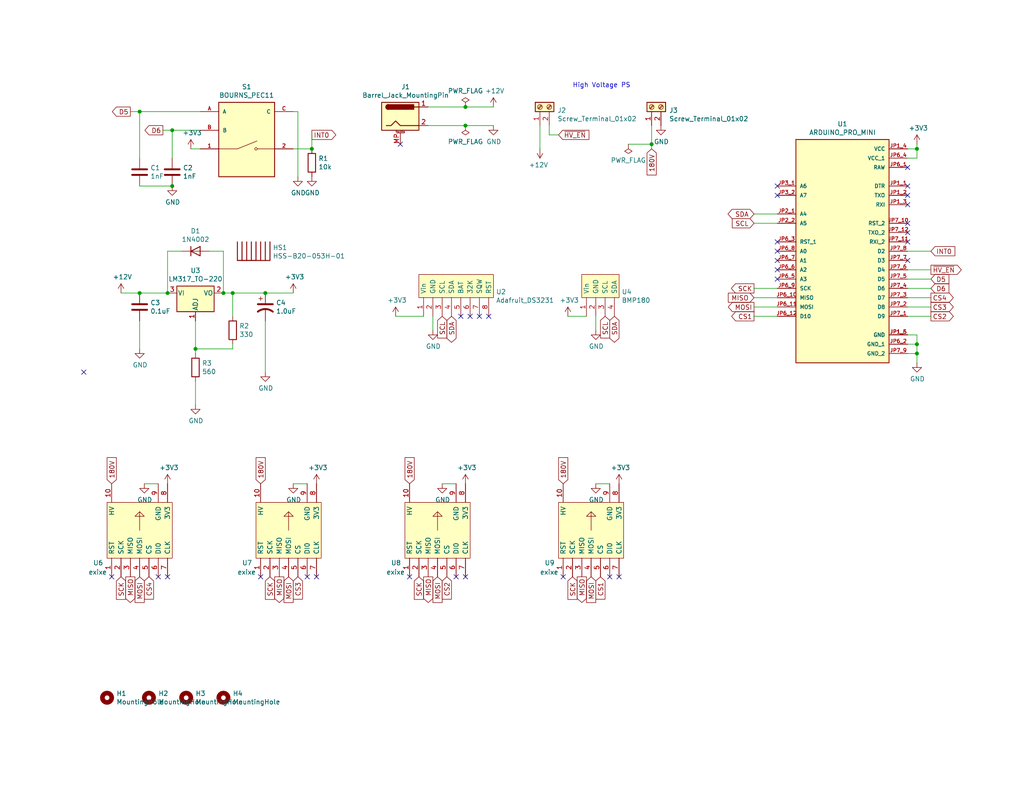
<source format=kicad_sch>
(kicad_sch (version 20211123) (generator eeschema)
  (paper "USLetter")
  (title_block (title "Nixie Clock") (date "Nov. 9, 2021") (rev "1") (comment 2 "https://creativecommons.org/licenses/by/4.0/") (comment 3 "CC by 4.0") (comment 4 "James Gallagher"))
  (lib_symbols
    (symbol "482016514001:BOURNS_PEC11" (pin_names (offset 1.016))
      (property "Reference" "S" (at -7.62 11.43 0))
      (property "Value" "BOURNS_PEC11" (at -7.62 -12.7 0))
      (symbol "BOURNS_PEC11_0_0"
        (rectangle (start -7.62 -10.16) (end 7.62 10.16) (stroke (width 0.254)) (fill (type background)))
        (polyline (pts (xy -2.54 -2.54) (xy -7.62 -2.54)) (stroke (width 0.1524)))
        (polyline (pts (xy -2.54 -2.54) (xy 2.794 -0.4064)) (stroke (width 0.1524)))
        (polyline (pts (xy 7.62 -2.54) (xy 2.921 -2.54)) (stroke (width 0.1524)))
        (circle (center 2.54 -2.54) (radius 0.3302) (stroke (width 0.1524)))
        (pin passive line (at -12.7 -2.54 0) (length 5.08) (name "~") (number "1"))
        (pin passive line (at 12.7 -2.54 180) (length 5.08) (name "~") (number "2"))
        (pin passive line (at -12.7 7.62 0) (length 5.08) (name "A") (number "A"))
        (pin passive line (at -12.7 2.54 0) (length 5.08) (name "B") (number "B"))
        (pin passive line (at 12.7 7.62 180) (length 5.08) (name "C") (number "C"))
      )
    )
    (symbol "ARDUINO_PRO_MINI:ARDUINO_PRO_MINI" (pin_names (offset 1.016))
      (property "Reference" "U" (at -12.7 31.75 0))
      (property "Value" "ARDUINO_PRO_MINI" (at -12.7 -33.02 0))
      (symbol "ARDUINO_PRO_MINI_0_0"
        (rectangle (start -12.7 -30.48) (end 12.7 30.48) (stroke (width 0.254)) (fill (type background)))
        (pin input line (at 17.78 17.78 180) (length 5.08) (name "DTR") (number "JP1_1"))
        (pin bidirectional line (at 17.78 15.24 180) (length 5.08) (name "TXO") (number "JP1_2"))
        (pin bidirectional line (at 17.78 12.7 180) (length 5.08) (name "RXI") (number "JP1_3"))
        (pin power_in line (at 17.78 27.94 180) (length 5.08) (name "VCC") (number "JP1_4"))
        (pin power_in line (at 17.78 -22.86 180) (length 5.08) (name "GND") (number "JP1_5"))
        (pin power_in line (at 17.78 -22.86 180) (length 5.08) (name "GND") (number "JP1_6"))
        (pin bidirectional line (at -17.78 10.16 0) (length 5.08) (name "A4") (number "JP2_1"))
        (pin bidirectional line (at -17.78 7.62 0) (length 5.08) (name "A5") (number "JP2_2"))
        (pin input line (at -17.78 17.78 0) (length 5.08) (name "A6") (number "JP3_1"))
        (pin input line (at -17.78 15.24 0) (length 5.08) (name "A7") (number "JP3_2"))
        (pin power_in line (at 17.78 22.86 180) (length 5.08) (name "RAW") (number "JP6_1"))
        (pin bidirectional line (at -17.78 -12.7 0) (length 5.08) (name "MISO") (number "JP6_10"))
        (pin bidirectional line (at -17.78 -15.24 0) (length 5.08) (name "MOSI") (number "JP6_11"))
        (pin bidirectional line (at -17.78 -17.78 0) (length 5.08) (name "D10") (number "JP6_12"))
        (pin power_in line (at 17.78 -25.4 180) (length 5.08) (name "GND_1") (number "JP6_2"))
        (pin input line (at -17.78 2.54 0) (length 5.08) (name "RST_1") (number "JP6_3"))
        (pin power_in line (at 17.78 25.4 180) (length 5.08) (name "VCC_1") (number "JP6_4"))
        (pin bidirectional line (at -17.78 -7.62 0) (length 5.08) (name "A3") (number "JP6_5"))
        (pin bidirectional line (at -17.78 -5.08 0) (length 5.08) (name "A2") (number "JP6_6"))
        (pin bidirectional line (at -17.78 -2.54 0) (length 5.08) (name "A1") (number "JP6_7"))
        (pin bidirectional line (at -17.78 0 0) (length 5.08) (name "A0") (number "JP6_8"))
        (pin bidirectional line (at -17.78 -10.16 0) (length 5.08) (name "SCK") (number "JP6_9"))
        (pin bidirectional line (at 17.78 -17.78 180) (length 5.08) (name "D9") (number "JP7_1"))
        (pin input line (at 17.78 7.62 180) (length 5.08) (name "RST_2") (number "JP7_10"))
        (pin bidirectional line (at 17.78 2.54 180) (length 5.08) (name "RXI_2") (number "JP7_11"))
        (pin bidirectional line (at 17.78 5.08 180) (length 5.08) (name "TXO_2") (number "JP7_12"))
        (pin bidirectional line (at 17.78 -15.24 180) (length 5.08) (name "D8") (number "JP7_2"))
        (pin bidirectional line (at 17.78 -12.7 180) (length 5.08) (name "D7") (number "JP7_3"))
        (pin bidirectional line (at 17.78 -10.16 180) (length 5.08) (name "D6") (number "JP7_4"))
        (pin bidirectional line (at 17.78 -7.62 180) (length 5.08) (name "D5") (number "JP7_5"))
        (pin bidirectional line (at 17.78 -5.08 180) (length 5.08) (name "D4") (number "JP7_6"))
        (pin bidirectional line (at 17.78 -2.54 180) (length 5.08) (name "D3") (number "JP7_7"))
        (pin bidirectional line (at 17.78 0 180) (length 5.08) (name "D2") (number "JP7_8"))
        (pin power_in line (at 17.78 -27.94 180) (length 5.08) (name "GND_2") (number "JP7_9"))
      )
    )
    (symbol "Connector:Barrel_Jack_MountingPin" (pin_names hide)
      (property "Reference" "J" (at 0 5.334 0))
      (property "Value" "Barrel_Jack_MountingPin" (at 1.27 -6.35 0))
      (symbol "Barrel_Jack_MountingPin_0_1"
        (rectangle (start -5.08 3.81) (end 5.08 -3.81) (stroke (width 0.254)) (fill (type background)))
        (arc (start -3.302 3.175) (mid -3.937 2.54) (end -3.302 1.905) (stroke (width 0.254)))
        (arc (start -3.302 3.175) (mid -3.937 2.54) (end -3.302 1.905) (stroke (width 0.254)) (fill (type outline)))
        (polyline (pts (xy 5.08 2.54) (xy 3.81 2.54)) (stroke (width 0.254)))
        (polyline (pts (xy -3.81 -2.54) (xy -2.54 -2.54) (xy -1.27 -1.27) (xy 0 -2.54) (xy 2.54 -2.54) (xy 5.08 -2.54)) (stroke (width 0.254)))
        (rectangle (start 3.683 3.175) (end -3.302 1.905) (stroke (width 0.254)) (fill (type outline)))
      )
      (symbol "Barrel_Jack_MountingPin_1_1"
        (polyline (pts (xy -1.016 -4.572) (xy 1.016 -4.572)) (stroke (width 0.1524)))
        (text "Mounting" (at 0 -4.191 0) (effects (font (size 0.381 0.381))))
        (pin passive line (at 7.62 2.54 180) (length 2.54) (name "~") (number "1"))
        (pin passive line (at 7.62 -2.54 180) (length 2.54) (name "~") (number "2"))
        (pin passive line (at 0 -7.62 90) (length 3.048) (name "MountPin") (number "MP"))
      )
    )
    (symbol "Connector:Screw_Terminal_01x02" (pin_names (offset 1.016) hide)
      (property "Reference" "J" (at 0 2.54 0))
      (property "Value" "Screw_Terminal_01x02" (at 0 -5.08 0))
      (symbol "Screw_Terminal_01x02_1_1"
        (rectangle (start -1.27 1.27) (end 1.27 -3.81) (stroke (width 0.254)) (fill (type background)))
        (circle (center 0 -2.54) (radius 0.635) (stroke (width 0.1524)))
        (polyline (pts (xy -0.5334 -2.2098) (xy 0.3302 -3.048)) (stroke (width 0.1524)))
        (polyline (pts (xy -0.5334 0.3302) (xy 0.3302 -0.508)) (stroke (width 0.1524)))
        (polyline (pts (xy -0.3556 -2.032) (xy 0.508 -2.8702)) (stroke (width 0.1524)))
        (polyline (pts (xy -0.3556 0.508) (xy 0.508 -0.3302)) (stroke (width 0.1524)))
        (circle (center 0 0) (radius 0.635) (stroke (width 0.1524)))
        (pin passive line (at -5.08 0 0) (length 3.81) (name "Pin_1") (number "1"))
        (pin passive line (at -5.08 -2.54 0) (length 3.81) (name "Pin_2") (number "2"))
      )
    )
    (symbol "Device:C" (pin_numbers hide) (pin_names (offset 0.254))
      (property "Reference" "C" (at 0.635 2.54 0))
      (property "Value" "C" (at 0.635 -2.54 0))
      (symbol "C_0_1"
        (polyline (pts (xy -2.032 -0.762) (xy 2.032 -0.762)) (stroke (width 0.508)))
        (polyline (pts (xy -2.032 0.762) (xy 2.032 0.762)) (stroke (width 0.508)))
      )
      (symbol "C_1_1"
        (pin passive line (at 0 3.81 270) (length 2.794) (name "~") (number "1"))
        (pin passive line (at 0 -3.81 90) (length 2.794) (name "~") (number "2"))
      )
    )
    (symbol "Device:CP1" (pin_numbers hide) (pin_names (offset 0.254) hide)
      (property "Reference" "C" (at 0.635 2.54 0))
      (property "Value" "Device_CP1" (at 0.635 -2.54 0))
      (symbol "CP1_0_1"
        (polyline (pts (xy -2.032 0.762) (xy 2.032 0.762)) (stroke (width 0.508)))
        (polyline (pts (xy -1.778 2.286) (xy -0.762 2.286)))
        (polyline (pts (xy -1.27 1.778) (xy -1.27 2.794)))
        (arc (start 2.032 -1.27) (mid 0 -0.5572) (end -2.032 -1.27) (stroke (width 0.508)))
      )
      (symbol "CP1_1_1"
        (pin passive line (at 0 3.81 270) (length 2.794) (name "~") (number "1"))
        (pin passive line (at 0 -3.81 90) (length 3.302) (name "~") (number "2"))
      )
    )
    (symbol "Device:R" (pin_numbers hide) (pin_names (offset 0))
      (property "Reference" "R" (at 2.032 0 90))
      (property "Value" "R" (at 0 0 90))
      (symbol "R_0_1"
        (rectangle (start -1.016 -2.54) (end 1.016 2.54) (stroke (width 0.254)))
      )
      (symbol "R_1_1"
        (pin passive line (at 0 3.81 270) (length 1.27) (name "~") (number "1"))
        (pin passive line (at 0 -3.81 90) (length 1.27) (name "~") (number "2"))
      )
    )
    (symbol "Diode:1N4002" (pin_numbers hide) (pin_names (offset 1.016) hide)
      (property "Reference" "D" (at 0 2.54 0))
      (property "Value" "1N4002" (at 0 -2.54 0))
      (symbol "1N4002_0_1"
        (polyline (pts (xy -1.27 1.27) (xy -1.27 -1.27)) (stroke (width 0.254)))
        (polyline (pts (xy 1.27 0) (xy -1.27 0)))
        (polyline (pts (xy 1.27 1.27) (xy 1.27 -1.27) (xy -1.27 0) (xy 1.27 1.27)) (stroke (width 0.254)))
      )
      (symbol "1N4002_1_1"
        (pin passive line (at -3.81 0 0) (length 2.54) (name "K") (number "1"))
        (pin passive line (at 3.81 0 180) (length 2.54) (name "A") (number "2"))
      )
    )
    (symbol "HSS-B20-053H-01:HSS-B20-053H-01" (pin_numbers hide) (pin_names (offset 1.016) hide)
      (property "Reference" "HS" (at -5.08 5.842 0))
      (property "Value" "HSS-B20-053H-01" (at -5.08 -2.54 0))
      (symbol "HSS-B20-053H-01_0_0"
        (polyline (pts (xy -5.08 0) (xy 3.81 0)) (stroke (width 0.254)))
        (polyline (pts (xy -5.08 5.08) (xy -5.08 0)) (stroke (width 0.254)))
        (polyline (pts (xy -3.81 5.08) (xy -3.81 0)) (stroke (width 0.254)))
        (polyline (pts (xy -2.54 5.08) (xy -2.54 0)) (stroke (width 0.254)))
        (polyline (pts (xy -1.27 5.08) (xy -1.27 0)) (stroke (width 0.254)))
        (polyline (pts (xy 0 5.08) (xy 0 0)) (stroke (width 0.254)))
        (polyline (pts (xy 1.27 5.08) (xy 1.27 0)) (stroke (width 0.254)))
        (polyline (pts (xy 2.54 5.08) (xy 2.54 0)) (stroke (width 0.254)))
        (polyline (pts (xy 3.81 5.08) (xy 3.81 0)) (stroke (width 0.254)))
        (pin passive line (at -5.08 0 0) (length 5.08) (name "~") (number "1"))
        (pin passive line (at -5.08 0 0) (length 5.08) (name "~") (number "2"))
      )
    )
    (symbol "Mechanical:MountingHole" (pin_names (offset 1.016))
      (property "Reference" "H" (at 0 5.08 0))
      (property "Value" "MountingHole" (at 0 3.175 0))
      (symbol "MountingHole_0_1"
        (circle (center 0 0) (radius 1.27) (stroke (width 1.27)))
      )
    )
    (symbol "Regulator_Linear:LM317_TO-220" (pin_names (offset 0.254))
      (property "Reference" "U" (at -3.81 3.175 0))
      (property "Value" "LM317_TO-220" (at 0 3.175 0))
      (symbol "LM317_TO-220_0_1"
        (rectangle (start -5.08 1.905) (end 5.08 -5.08) (stroke (width 0.254)) (fill (type background)))
      )
      (symbol "LM317_TO-220_1_1"
        (pin input line (at 0 -7.62 90) (length 2.54) (name "ADJ") (number "1"))
        (pin power_out line (at 7.62 0 180) (length 2.54) (name "VO") (number "2"))
        (pin power_in line (at -7.62 0 0) (length 2.54) (name "VI") (number "3"))
      )
    )
    (symbol "breakout_boards:Adafruit_DS3231" (pin_names (offset 1.016))
      (property "Reference" "U" (at -8.89 5.08 0))
      (property "Value" "Adafruit_DS3231" (at 2.54 5.08 0))
      (symbol "Adafruit_DS3231_0_1"
        (rectangle (start 0 -1.27) (end 0 -1.27))
        (rectangle (start 1.27 0) (end 1.27 0))
        (rectangle (start 12.7 -2.54) (end -7.62 3.81) (fill (type background)))
      )
      (symbol "Adafruit_DS3231_1_1"
        (pin power_in line (at -6.35 -7.62 90) (length 5.08) (name "Vin") (number "1"))
        (pin power_in line (at -3.81 -7.62 90) (length 5.08) (name "GND") (number "2"))
        (pin input line (at -1.27 -7.62 90) (length 5.08) (name "SCL") (number "3"))
        (pin bidirectional line (at 1.27 -7.62 90) (length 5.08) (name "SDA") (number "4"))
        (pin power_in line (at 3.81 -7.62 90) (length 5.08) (name "BAT") (number "5"))
        (pin output line (at 6.35 -7.62 90) (length 5.08) (name "32K") (number "6"))
        (pin output line (at 8.89 -7.62 90) (length 5.08) (name "SQW") (number "7"))
        (pin input line (at 11.43 -7.62 90) (length 5.08) (name "RST") (number "8"))
      )
    )
    (symbol "breakout_boards:BMP180" (pin_names (offset 1.016))
      (property "Reference" "U" (at -5.08 6.35 0))
      (property "Value" "BMP180" (at 1.27 6.35 0))
      (symbol "BMP180_0_1"
        (rectangle (start -3.81 1.27) (end -3.81 1.27))
        (rectangle (start -3.81 5.08) (end 6.35 -1.27) (fill (type background)))
      )
      (symbol "BMP180_1_1"
        (pin power_in line (at -2.54 -6.35 90) (length 5.08) (name "Vin") (number "1"))
        (pin power_in line (at 0 -6.35 90) (length 5.08) (name "GND") (number "2"))
        (pin input line (at 2.54 -6.35 90) (length 5.08) (name "SCL") (number "3"))
        (pin bidirectional line (at 5.08 -6.35 90) (length 5.08) (name "SDA") (number "4"))
      )
    )
    (symbol "breakout_boards:exixe" (pin_names (offset 1.016))
      (property "Reference" "U" (at 11.43 -7.62 0))
      (property "Value" "exixe" (at 0 6.35 0))
      (symbol "exixe_0_0"
        (polyline (pts (xy 0 0) (xy 0 5.08) (xy 1.27 3.81) (xy 0 5.08) (xy -1.27 3.81) (xy 1.27 3.81)))
      )
      (symbol "exixe_0_1"
        (rectangle (start 8.89 -7.62) (end -8.89 7.62) (fill (type background)))
      )
      (symbol "exixe_1_1"
        (pin input line (at -7.62 -12.7 90) (length 5.08) (name "RST") (number "1"))
        (pin power_in line (at -7.62 12.7 270) (length 5.08) (name "HV") (number "10"))
        (pin input line (at -5.08 -12.7 90) (length 5.08) (name "SCK") (number "2"))
        (pin tri_state line (at -2.54 -12.7 90) (length 5.08) (name "MISO") (number "3"))
        (pin input line (at 0 -12.7 90) (length 5.08) (name "MOSI") (number "4"))
        (pin input line (at 2.54 -12.7 90) (length 5.08) (name "CS") (number "5"))
        (pin input line (at 5.08 -12.7 90) (length 5.08) (name "DI0") (number "6"))
        (pin input line (at 7.62 -12.7 90) (length 5.08) (name "CLK") (number "7"))
        (pin power_in line (at 7.62 12.7 270) (length 5.08) (name "3V3") (number "8"))
        (pin power_in line (at 5.08 12.7 270) (length 5.08) (name "GND") (number "9"))
      )
    )
    (symbol "power:+12V" (power) (pin_names (offset 0))
      (property "Value" "+12V" (at 0 3.556 0))
      (symbol "+12V_0_1"
        (polyline (pts (xy -0.762 1.27) (xy 0 2.54)))
        (polyline (pts (xy 0 0) (xy 0 2.54)))
        (polyline (pts (xy 0 2.54) (xy 0.762 1.27)))
      )
      (symbol "+12V_1_1"
        (pin power_in line (at 0 0 90) (length 0) hide (name "+12V") (number "1"))
      )
    )
    (symbol "power:+3V3" (power) (pin_names (offset 0))
      (property "Value" "+3V3" (at 0 3.556 0))
      (symbol "+3V3_0_1"
        (polyline (pts (xy -0.762 1.27) (xy 0 2.54)))
        (polyline (pts (xy 0 0) (xy 0 2.54)))
        (polyline (pts (xy 0 2.54) (xy 0.762 1.27)))
      )
      (symbol "+3V3_1_1"
        (pin power_in line (at 0 0 90) (length 0) hide (name "+3V3") (number "1"))
      )
    )
    (symbol "power:GND" (power) (pin_names (offset 0))
      (property "Value" "GND" (at 0 -3.81 0))
      (symbol "GND_0_1"
        (polyline (pts (xy 0 0) (xy 0 -1.27) (xy 1.27 -1.27) (xy 0 -2.54) (xy -1.27 -1.27) (xy 0 -1.27)))
      )
      (symbol "GND_1_1"
        (pin power_in line (at 0 0 270) (length 0) hide (name "GND") (number "1"))
      )
    )
    (symbol "power:PWR_FLAG" (power) (pin_numbers hide) (pin_names (offset 0) hide)
      (property "Value" "PWR_FLAG" (at 0 3.81 0))
      (symbol "PWR_FLAG_0_0"
        (pin power_out line (at 0 0 90) (length 0) (name "pwr") (number "1"))
      )
      (symbol "PWR_FLAG_0_1"
        (polyline (pts (xy 0 0) (xy 0 1.27) (xy -1.016 1.905) (xy 0 2.54) (xy 1.016 1.905) (xy 0 1.27)))
      )
    )
  )
  (junction (at 250.19 40.64))
  (junction (at 85.09 40.64))
  (junction (at 46.99 50.8))
  (junction (at 177.8 39.37))
  (junction (at 60.96 80.01))
  (junction (at 63.5 80.01))
  (junction (at 46.99 35.56))
  (junction (at 250.19 96.52))
  (junction (at 38.1 80.01))
  (junction (at 53.34 95.25))
  (junction (at 38.1 30.48))
  (junction (at 45.72 80.01))
  (junction (at 127 34.29))
  (junction (at 127 29.21))
  (junction (at 72.39 80.01))
  (junction (at 250.19 93.98))
  (no_connect (at 212.09 53.34))
  (no_connect (at 43.18 157.48))
  (no_connect (at 212.09 50.8))
  (no_connect (at 45.72 157.48))
  (no_connect (at 71.12 157.48))
  (no_connect (at 321.31 203.2))
  (no_connect (at 125.73 86.36))
  (no_connect (at 212.09 71.12))
  (no_connect (at 247.65 55.88))
  (no_connect (at 247.65 63.5))
  (no_connect (at 109.22 39.37))
  (no_connect (at 86.36 157.48))
  (no_connect (at 153.67 157.48))
  (no_connect (at 22.86 101.6))
  (no_connect (at 166.37 157.48))
  (no_connect (at 82.55 -17.78))
  (no_connect (at 128.27 86.36))
  (no_connect (at 247.65 66.04))
  (no_connect (at 247.65 45.72))
  (no_connect (at 133.35 86.36))
  (no_connect (at 168.91 157.48))
  (no_connect (at 344.17 120.65))
  (no_connect (at 247.65 50.8))
  (no_connect (at 212.09 76.2))
  (no_connect (at 30.48 157.48))
  (no_connect (at 247.65 60.96))
  (no_connect (at 212.09 68.58))
  (no_connect (at 111.76 157.48))
  (no_connect (at 212.09 73.66))
  (no_connect (at 83.82 157.48))
  (no_connect (at 130.81 86.36))
  (no_connect (at 212.09 66.04))
  (no_connect (at 124.46 157.48))
  (no_connect (at 247.65 71.12))
  (no_connect (at 127 157.48))
  (no_connect (at 247.65 53.34))
  (wire (pts (xy 53.34 104.14) (xy 53.34 110.49)))
  (wire (pts (xy 60.96 68.58) (xy 57.15 68.58)))
  (wire (pts (xy 250.19 93.98) (xy 250.19 96.52)))
  (wire (pts (xy 72.39 87.63) (xy 72.39 101.6)))
  (wire (pts (xy 38.1 43.18) (xy 38.1 30.48)))
  (wire (pts (xy 33.02 80.01) (xy 38.1 80.01)))
  (wire (pts (xy 63.5 95.25) (xy 53.34 95.25)))
  (wire (pts (xy 38.1 30.48) (xy 54.61 30.48)))
  (wire (pts (xy 43.18 132.08) (xy 39.37 132.08)))
  (wire (pts (xy 247.65 91.44) (xy 250.19 91.44)))
  (wire (pts (xy 147.32 34.29) (xy 147.32 40.64)))
  (wire (pts (xy 247.65 76.2) (xy 254 76.2)))
  (wire (pts (xy 35.56 30.48) (xy 38.1 30.48)))
  (wire (pts (xy 53.34 95.25) (xy 53.34 96.52)))
  (wire (pts (xy 60.96 80.01) (xy 60.96 68.58)))
  (wire (pts (xy 205.74 83.82) (xy 212.09 83.82)))
  (wire (pts (xy 247.65 81.28) (xy 254 81.28)))
  (wire (pts (xy 85.09 36.83) (xy 85.09 40.64)))
  (wire (pts (xy 149.86 34.29) (xy 149.86 36.83)))
  (wire (pts (xy 45.72 68.58) (xy 45.72 80.01)))
  (wire (pts (xy 247.65 86.36) (xy 254 86.36)))
  (wire (pts (xy 80.01 30.48) (xy 81.28 30.48)))
  (wire (pts (xy 72.39 80.01) (xy 80.01 80.01)))
  (wire (pts (xy 81.28 30.48) (xy 81.28 48.26)))
  (wire (pts (xy 247.65 93.98) (xy 250.19 93.98)))
  (wire (pts (xy 250.19 40.64) (xy 250.19 39.37)))
  (wire (pts (xy 247.65 96.52) (xy 250.19 96.52)))
  (wire (pts (xy 116.84 34.29) (xy 127 34.29)))
  (wire (pts (xy 250.19 43.18) (xy 250.19 40.64)))
  (wire (pts (xy 45.72 80.01) (xy 38.1 80.01)))
  (wire (pts (xy 247.65 73.66) (xy 254 73.66)))
  (wire (pts (xy 177.8 39.37) (xy 177.8 40.64)))
  (wire (pts (xy 160.02 86.36) (xy 154.94 86.36)))
  (wire (pts (xy 54.61 40.64) (xy 52.07 40.64)))
  (wire (pts (xy 53.34 87.63) (xy 53.34 95.25)))
  (wire (pts (xy 247.65 78.74) (xy 254 78.74)))
  (wire (pts (xy 116.84 29.21) (xy 127 29.21)))
  (wire (pts (xy 205.74 86.36) (xy 212.09 86.36)))
  (wire (pts (xy 127 29.21) (xy 134.62 29.21)))
  (wire (pts (xy 63.5 93.98) (xy 63.5 95.25)))
  (wire (pts (xy 80.01 40.64) (xy 85.09 40.64)))
  (wire (pts (xy 115.57 86.36) (xy 107.95 86.36)))
  (wire (pts (xy 118.11 86.36) (xy 118.11 90.17)))
  (wire (pts (xy 38.1 50.8) (xy 46.99 50.8)))
  (wire (pts (xy 166.37 132.08) (xy 162.56 132.08)))
  (wire (pts (xy 205.74 78.74) (xy 212.09 78.74)))
  (wire (pts (xy 247.65 68.58) (xy 254 68.58)))
  (wire (pts (xy 83.82 132.08) (xy 80.01 132.08)))
  (wire (pts (xy 60.96 80.01) (xy 63.5 80.01)))
  (wire (pts (xy 127 34.29) (xy 134.62 34.29)))
  (wire (pts (xy 63.5 80.01) (xy 72.39 80.01)))
  (wire (pts (xy 149.86 36.83) (xy 152.4 36.83)))
  (wire (pts (xy 162.56 86.36) (xy 162.56 90.17)))
  (wire (pts (xy 205.74 58.42) (xy 212.09 58.42)))
  (wire (pts (xy 205.74 60.96) (xy 212.09 60.96)))
  (wire (pts (xy 124.46 132.08) (xy 120.65 132.08)))
  (wire (pts (xy 44.45 35.56) (xy 46.99 35.56)))
  (wire (pts (xy 46.99 35.56) (xy 54.61 35.56)))
  (wire (pts (xy 247.65 83.82) (xy 254 83.82)))
  (wire (pts (xy 205.74 81.28) (xy 212.09 81.28)))
  (wire (pts (xy 38.1 87.63) (xy 38.1 95.25)))
  (wire (pts (xy 46.99 43.18) (xy 46.99 35.56)))
  (wire (pts (xy 247.65 40.64) (xy 250.19 40.64)))
  (wire (pts (xy 250.19 96.52) (xy 250.19 99.06)))
  (wire (pts (xy 177.8 34.29) (xy 177.8 39.37)))
  (wire (pts (xy 49.53 68.58) (xy 45.72 68.58)))
  (wire (pts (xy 247.65 43.18) (xy 250.19 43.18)))
  (wire (pts (xy 63.5 86.36) (xy 63.5 80.01)))
  (wire (pts (xy 250.19 91.44) (xy 250.19 93.98)))
  (wire (pts (xy 171.45 39.37) (xy 177.8 39.37)))
  (text "High Voltage PS" (at 156.21 24.13 0) (effects (font (size 1.27 1.27)) (justify left bottom)))
  (global_label "180V" (shape input) (at 111.76 132.08 90) (property "Intersheet References" "${INTERSHEET_REFS}" (effects hide)))
  (global_label "D5" (shape output) (at 35.56 30.48 180) (property "Intersheet References" "${INTERSHEET_REFS}" (effects hide)))
  (global_label "CS2" (shape input) (at 121.92 157.48 270) (property "Intersheet References" "${INTERSHEET_REFS}" (effects hide)))
  (global_label "D6" (shape input) (at 254 78.74 0) (property "Intersheet References" "${INTERSHEET_REFS}" (effects hide)))
  (global_label "CS4" (shape output) (at 254 81.28 0) (property "Intersheet References" "${INTERSHEET_REFS}" (effects hide)))
  (global_label "180V" (shape input) (at 153.67 132.08 90) (property "Intersheet References" "${INTERSHEET_REFS}" (effects hide)))
  (global_label "MOSI" (shape output) (at 205.74 83.82 180) (property "Intersheet References" "${INTERSHEET_REFS}" (effects hide)))
  (global_label "CS2" (shape output) (at 254 86.36 0) (property "Intersheet References" "${INTERSHEET_REFS}" (effects hide)))
  (global_label "CS3" (shape input) (at 81.28 157.48 270) (property "Intersheet References" "${INTERSHEET_REFS}" (effects hide)))
  (global_label "CS1" (shape input) (at 163.83 157.48 270) (property "Intersheet References" "${INTERSHEET_REFS}" (effects hide)))
  (global_label "MISO" (shape output) (at 76.2 157.48 270) (property "Intersheet References" "${INTERSHEET_REFS}" (effects hide)))
  (global_label "SCK" (shape input) (at 156.21 157.48 270) (property "Intersheet References" "${INTERSHEET_REFS}" (effects hide)))
  (global_label "180V" (shape input) (at 177.8 40.64 270) (property "Intersheet References" "${INTERSHEET_REFS}" (effects hide)))
  (global_label "CS3" (shape output) (at 254 83.82 0) (property "Intersheet References" "${INTERSHEET_REFS}" (effects hide)))
  (global_label "CS4" (shape input) (at 40.64 157.48 270) (property "Intersheet References" "${INTERSHEET_REFS}" (effects hide)))
  (global_label "MISO" (shape input) (at 205.74 81.28 180) (property "Intersheet References" "${INTERSHEET_REFS}" (effects hide)))
  (global_label "MOSI" (shape input) (at 38.1 157.48 270) (property "Intersheet References" "${INTERSHEET_REFS}" (effects hide)))
  (global_label "MOSI" (shape input) (at 78.74 157.48 270) (property "Intersheet References" "${INTERSHEET_REFS}" (effects hide)))
  (global_label "MISO" (shape output) (at 116.84 157.48 270) (property "Intersheet References" "${INTERSHEET_REFS}" (effects hide)))
  (global_label "MOSI" (shape input) (at 161.29 157.48 270) (property "Intersheet References" "${INTERSHEET_REFS}" (effects hide)))
  (global_label "MISO" (shape output) (at 158.75 157.48 270) (property "Intersheet References" "${INTERSHEET_REFS}" (effects hide)))
  (global_label "D5" (shape input) (at 254 76.2 0) (property "Intersheet References" "${INTERSHEET_REFS}" (effects hide)))
  (global_label "~{HV_EN}" (shape output) (at 254 73.66 0) (property "Intersheet References" "${INTERSHEET_REFS}" (effects hide)))
  (global_label "SCL" (shape input) (at 120.65 86.36 270) (property "Intersheet References" "${INTERSHEET_REFS}" (effects hide)))
  (global_label "CS1" (shape output) (at 205.74 86.36 180) (property "Intersheet References" "${INTERSHEET_REFS}" (effects hide)))
  (global_label "SCL" (shape input) (at 165.1 86.36 270) (property "Intersheet References" "${INTERSHEET_REFS}" (effects hide)))
  (global_label "SDA" (shape bidirectional) (at 205.74 58.42 180) (property "Intersheet References" "${INTERSHEET_REFS}" (effects hide)))
  (global_label "SDA" (shape bidirectional) (at 167.64 86.36 270) (property "Intersheet References" "${INTERSHEET_REFS}" (effects hide)))
  (global_label "INT0" (shape output) (at 85.09 36.83 0) (property "Intersheet References" "${INTERSHEET_REFS}" (effects hide)))
  (global_label "MISO" (shape output) (at 35.56 157.48 270) (property "Intersheet References" "${INTERSHEET_REFS}" (effects hide)))
  (global_label "SCK" (shape output) (at 205.74 78.74 180) (property "Intersheet References" "${INTERSHEET_REFS}" (effects hide)))
  (global_label "SCK" (shape input) (at 114.3 157.48 270) (property "Intersheet References" "${INTERSHEET_REFS}" (effects hide)))
  (global_label "180V" (shape input) (at 71.12 132.08 90) (property "Intersheet References" "${INTERSHEET_REFS}" (effects hide)))
  (global_label "SDA" (shape bidirectional) (at 123.19 86.36 270) (property "Intersheet References" "${INTERSHEET_REFS}" (effects hide)))
  (global_label "180V" (shape input) (at 30.48 132.08 90) (property "Intersheet References" "${INTERSHEET_REFS}" (effects hide)))
  (global_label "INT0" (shape input) (at 254 68.58 0) (property "Intersheet References" "${INTERSHEET_REFS}" (effects hide)))
  (global_label "D6" (shape output) (at 44.45 35.56 180) (property "Intersheet References" "${INTERSHEET_REFS}" (effects hide)))
  (global_label "SCK" (shape input) (at 33.02 157.48 270) (property "Intersheet References" "${INTERSHEET_REFS}" (effects hide)))
  (global_label "~{HV_EN}" (shape input) (at 152.4 36.83 0) (property "Intersheet References" "${INTERSHEET_REFS}" (effects hide)))
  (global_label "SCL" (shape input) (at 205.74 60.96 180) (property "Intersheet References" "${INTERSHEET_REFS}" (effects hide)))
  (global_label "MOSI" (shape input) (at 119.38 157.48 270) (property "Intersheet References" "${INTERSHEET_REFS}" (effects hide)))
  (global_label "SCK" (shape input) (at 73.66 157.48 270) (property "Intersheet References" "${INTERSHEET_REFS}" (effects hide)))
  (symbol (lib_id "Regulator_Linear:LM317_TO-220") (at 53.34 80.01 0) (unit 1)
    (property "Reference" "U3" (at 53.34 73.8632 0))
    (property "Value" "LM317_TO-220" (at 53.34 76.1746 0))
    (property "Footprint" "Package_TO_SOT_THT:TO-220-3_Vertical" (effects hide))
    (property "Datasheet" "http://www.ti.com/lit/ds/symlink/lm317.pdf" (effects hide))
  )
  (symbol (lib_id "Device:R") (at 53.34 100.33 0) (unit 1)
    (property "Reference" "R3" (at 55.118 99.1616 0) (effects (justify left)))
    (property "Value" "560" (at 55.118 101.473 0) (effects (justify left)))
    (property "Footprint" "Resistor_THT:R_Axial_DIN0207_L6.3mm_D2.5mm_P10.16mm_Horizontal" (effects hide))
  )
  (symbol (lib_id "Device:R") (at 63.5 90.17 0) (unit 1)
    (property "Reference" "R2" (at 65.278 89.0016 0) (effects (justify left)))
    (property "Value" "330" (at 65.278 91.313 0) (effects (justify left)))
    (property "Footprint" "Resistor_THT:R_Axial_DIN0207_L6.3mm_D2.5mm_P10.16mm_Horizontal" (effects hide))
  )
  (symbol (lib_id "power:GND") (at 53.34 110.49 0) (unit 1)
    (property "Reference" "#PWR017" (effects hide))
    (property "Value" "GND" (at 53.467 114.8842 0))
  )
  (symbol (lib_id "Diode:1N4002") (at 53.34 68.58 0) (unit 1)
    (property "Reference" "D1" (at 53.34 63.0682 0))
    (property "Value" "1N4002" (at 53.34 65.3796 0))
    (property "Footprint" "Diode_THT:D_DO-41_SOD81_P7.62mm_Horizontal" (effects hide))
    (property "Datasheet" "http://www.vishay.com/docs/88503/1n4001.pdf" (effects hide))
  )
  (symbol (lib_id "Device:CP1") (at 72.39 83.82 0) (unit 1)
    (property "Reference" "C4" (at 75.311 82.6516 0) (effects (justify left)))
    (property "Value" "1.0uF" (at 75.311 84.963 0) (effects (justify left)))
    (property "Footprint" "Capacitor_THT:CP_Radial_D10.0mm_P7.50mm" (effects hide))
  )
  (symbol (lib_id "Device:C") (at 38.1 83.82 0) (unit 1)
    (property "Reference" "C3" (at 41.021 82.6516 0) (effects (justify left)))
    (property "Value" "0.1uF" (at 41.021 84.963 0) (effects (justify left)))
    (property "Footprint" "Capacitor_THT:C_Rect_L11.0mm_W4.2mm_P10.00mm_MKT" (effects hide))
  )
  (symbol (lib_id "power:GND") (at 72.39 101.6 0) (unit 1)
    (property "Reference" "#PWR016" (effects hide))
    (property "Value" "GND" (at 72.517 105.9942 0))
  )
  (symbol (lib_id "power:GND") (at 38.1 95.25 0) (unit 1)
    (property "Reference" "#PWR014" (effects hide))
    (property "Value" "GND" (at 38.227 99.6442 0))
  )
  (symbol (lib_id "power:+12V") (at 33.02 80.01 0) (unit 1)
    (property "Reference" "#PWR08" (effects hide))
    (property "Value" "+12V" (at 33.401 75.6158 0))
  )
  (symbol (lib_id "power:+3V3") (at 80.01 80.01 0) (unit 1)
    (property "Reference" "#PWR09" (effects hide))
    (property "Value" "+3V3" (at 80.391 75.6158 0))
  )
  (symbol (lib_id "breakout_boards:Adafruit_DS3231") (at 121.92 78.74 0) (unit 1)
    (property "Reference" "U2" (at 135.3312 79.6798 0) (effects (justify left)))
    (property "Value" "Adafruit_DS3231" (at 135.3312 81.9912 0) (effects (justify left)))
    (property "Footprint" "breakout_boards:Adafruit_DS3231_bb" (effects hide))
  )
  (symbol (lib_id "breakout_boards:BMP180") (at 162.56 80.01 0) (unit 1)
    (property "Reference" "U4" (at 169.6212 79.6798 0) (effects (justify left)))
    (property "Value" "BMP180" (at 169.6212 81.9912 0) (effects (justify left)))
    (property "Footprint" "breakout_boards:BMP180_bb" (effects hide))
  )
  (symbol (lib_id "breakout_boards:exixe") (at 38.1 144.78 0) (unit 1)
    (property "Reference" "U6" (at 25.4 153.67 0) (effects (justify left)))
    (property "Value" "exixe" (at 24.13 156.21 0) (effects (justify left)))
    (property "Footprint" "breakout_boards:exixe-IN-14N" (effects hide))
  )
  (symbol (lib_id "breakout_boards:exixe") (at 78.74 144.78 0) (unit 1)
    (property "Reference" "U7" (at 66.04 153.67 0) (effects (justify left)))
    (property "Value" "exixe" (at 64.77 156.21 0) (effects (justify left)))
    (property "Footprint" "breakout_boards:exixe-IN-14N" (effects hide))
  )
  (symbol (lib_id "breakout_boards:exixe") (at 119.38 144.78 0) (unit 1)
    (property "Reference" "U8" (at 106.68 153.67 0) (effects (justify left)))
    (property "Value" "exixe" (at 105.41 156.21 0) (effects (justify left)))
    (property "Footprint" "breakout_boards:exixe-IN-14N" (effects hide))
  )
  (symbol (lib_id "breakout_boards:exixe") (at 161.29 144.78 0) (unit 1)
    (property "Reference" "U9" (at 148.59 153.67 0) (effects (justify left)))
    (property "Value" "exixe" (at 147.32 156.21 0) (effects (justify left)))
    (property "Footprint" "breakout_boards:exixe-IN-14N" (effects hide))
  )
  (symbol (lib_id "power:+3V3") (at 107.95 86.36 0) (unit 1)
    (property "Reference" "#PWR010" (effects hide))
    (property "Value" "+3V3" (at 108.331 81.9658 0))
  )
  (symbol (lib_id "power:+3V3") (at 154.94 86.36 0) (unit 1)
    (property "Reference" "#PWR011" (effects hide))
    (property "Value" "+3V3" (at 155.321 81.9658 0))
  )
  (symbol (lib_id "Device:R") (at 85.09 44.45 0) (unit 1)
    (property "Reference" "R1" (at 86.868 43.2816 0) (effects (justify left)))
    (property "Value" "10k" (at 86.868 45.593 0) (effects (justify left)))
    (property "Footprint" "Resistor_THT:R_Axial_DIN0207_L6.3mm_D2.5mm_P10.16mm_Horizontal" (effects hide))
  )
  (symbol (lib_id "power:GND") (at 85.09 48.26 0) (unit 1)
    (property "Reference" "#PWR06" (effects hide))
    (property "Value" "GND" (at 85.217 52.6542 0))
  )
  (symbol (lib_id "power:+3V3") (at 45.72 132.08 0) (unit 1)
    (property "Reference" "#PWR019" (effects hide))
    (property "Value" "+3V3" (at 46.101 127.6858 0))
  )
  (symbol (lib_id "power:GND") (at 46.99 50.8 0) (unit 1)
    (property "Reference" "#PWR07" (effects hide))
    (property "Value" "GND" (at 47.117 55.1942 0))
  )
  (symbol (lib_id "power:+3V3") (at 52.07 40.64 0) (unit 1)
    (property "Reference" "#PWR04" (effects hide))
    (property "Value" "+3V3" (at 52.451 36.2458 0))
  )
  (symbol (lib_id "Device:C") (at 46.99 46.99 0) (unit 1)
    (property "Reference" "C2" (at 49.911 45.8216 0) (effects (justify left)))
    (property "Value" "1nF" (at 49.911 48.133 0) (effects (justify left)))
    (property "Footprint" "Capacitor_THT:C_Disc_D5.0mm_W2.5mm_P5.00mm" (effects hide))
  )
  (symbol (lib_id "Device:C") (at 38.1 46.99 0) (unit 1)
    (property "Reference" "C1" (at 41.021 45.8216 0) (effects (justify left)))
    (property "Value" "1nF" (at 41.021 48.133 0) (effects (justify left)))
    (property "Footprint" "Capacitor_THT:C_Disc_D5.0mm_W2.5mm_P5.00mm" (effects hide))
  )
  (symbol (lib_id "power:GND") (at 162.56 132.08 0) (unit 1)
    (property "Reference" "#PWR024" (effects hide))
    (property "Value" "GND" (at 162.687 136.4742 0))
  )
  (symbol (lib_id "power:GND") (at 81.28 48.26 0) (unit 1)
    (property "Reference" "#PWR05" (effects hide))
    (property "Value" "GND" (at 81.407 52.6542 0))
  )
  (symbol (lib_id "power:GND") (at 162.56 90.17 0) (unit 1)
    (property "Reference" "#PWR013" (effects hide))
    (property "Value" "GND" (at 162.687 94.5642 0))
  )
  (symbol (lib_id "power:GND") (at 118.11 90.17 0) (unit 1)
    (property "Reference" "#PWR012" (effects hide))
    (property "Value" "GND" (at 118.237 94.5642 0))
  )
  (symbol (lib_id "power:+12V") (at 134.62 29.21 0) (unit 1)
    (property "Reference" "#PWR02" (effects hide))
    (property "Value" "+12V" (at 135.001 24.8158 0))
  )
  (symbol (lib_id "power:GND") (at 134.62 34.29 0) (unit 1)
    (property "Reference" "#PWR01" (effects hide))
    (property "Value" "GND" (at 134.747 38.6842 0))
  )
  (symbol (lib_id "482016514001:BOURNS_PEC11") (at 67.31 38.1 0) (unit 1)
    (property "Reference" "S1" (at 67.31 23.6982 0))
    (property "Value" "BOURNS_PEC11" (at 67.31 26.0096 0))
    (property "Footprint" "482016514001:BOURNS-PEC11" (effects hide))
  )
  (symbol (lib_id "power:+3V3") (at 86.36 132.08 0) (unit 1)
    (property "Reference" "#PWR021" (effects hide))
    (property "Value" "+3V3" (at 86.741 127.6858 0))
  )
  (symbol (lib_id "power:+3V3") (at 127 132.08 0) (unit 1)
    (property "Reference" "#PWR023" (effects hide))
    (property "Value" "+3V3" (at 127.381 127.6858 0))
  )
  (symbol (lib_id "power:+3V3") (at 168.91 132.08 0) (unit 1)
    (property "Reference" "#PWR025" (effects hide))
    (property "Value" "+3V3" (at 169.291 127.6858 0))
  )
  (symbol (lib_id "power:GND") (at 120.65 132.08 0) (unit 1)
    (property "Reference" "#PWR022" (effects hide))
    (property "Value" "GND" (at 120.777 136.4742 0))
  )
  (symbol (lib_id "power:GND") (at 80.01 132.08 0) (unit 1)
    (property "Reference" "#PWR020" (effects hide))
    (property "Value" "GND" (at 80.137 136.4742 0))
  )
  (symbol (lib_id "power:GND") (at 39.37 132.08 0) (unit 1)
    (property "Reference" "#PWR018" (effects hide))
    (property "Value" "GND" (at 39.497 136.4742 0))
  )
  (symbol (lib_id "ARDUINO_PRO_MINI:ARDUINO_PRO_MINI") (at 229.87 68.58 0) (unit 1)
    (property "Reference" "U1" (at 229.87 33.8582 0))
    (property "Value" "ARDUINO_PRO_MINI" (at 229.87 36.1696 0))
    (property "Footprint" "ARDUINO_PRO_MINI:MODULE_ARDUINO_PRO_MINI" (effects hide))
    (property "MAXIMUM_PACKAGE_HEIGHT" "N/A" (effects hide))
    (property "PARTREV" "N/A" (effects hide))
    (property "STANDARD" "Manufacturer Recommendations" (effects hide))
    (property "MANUFACTURER" "SparkFun Electronics" (effects hide))
  )
  (symbol (lib_id "Mechanical:MountingHole") (at 29.21 190.5 0) (unit 1)
    (property "Reference" "H1" (at 31.75 189.3316 0) (effects (justify left)))
    (property "Value" "MountingHole" (at 31.75 191.643 0) (effects (justify left)))
    (property "Footprint" "MountingHole:MountingHole_2.2mm_M2" (effects hide))
  )
  (symbol (lib_id "power:GND") (at 250.19 99.06 0) (unit 1)
    (property "Reference" "#PWR015" (effects hide))
    (property "Value" "GND" (at 250.317 103.4542 0))
  )
  (symbol (lib_id "Mechanical:MountingHole") (at 40.64 190.5 0) (unit 1)
    (property "Reference" "H2" (at 43.18 189.3316 0) (effects (justify left)))
    (property "Value" "MountingHole" (at 43.18 191.643 0) (effects (justify left)))
    (property "Footprint" "MountingHole:MountingHole_2.2mm_M2" (effects hide))
  )
  (symbol (lib_id "Mechanical:MountingHole") (at 50.8 190.5 0) (unit 1)
    (property "Reference" "H3" (at 53.34 189.3316 0) (effects (justify left)))
    (property "Value" "MountingHole" (at 53.34 191.643 0) (effects (justify left)))
    (property "Footprint" "MountingHole:MountingHole_2.2mm_M2" (effects hide))
  )
  (symbol (lib_id "Mechanical:MountingHole") (at 60.96 190.5 0) (unit 1)
    (property "Reference" "H4" (at 63.5 189.3316 0) (effects (justify left)))
    (property "Value" "MountingHole" (at 63.5 191.643 0) (effects (justify left)))
    (property "Footprint" "MountingHole:MountingHole_2.2mm_M2" (effects hide))
  )
  (symbol (lib_id "power:+3V3") (at 250.19 39.37 0) (unit 1)
    (property "Reference" "#PWR03" (effects hide))
    (property "Value" "+3V3" (at 250.571 34.9758 0))
  )
  (symbol (lib_id "Connector:Barrel_Jack_MountingPin") (at 109.22 31.75 0) (unit 1)
    (property "Reference" "J1" (at 110.6678 23.6982 0))
    (property "Value" "Barrel_Jack_MountingPin" (at 110.6678 26.0096 0))
    (property "Footprint" "Connector_BarrelJack:BarrelJack_Horizontal_MP" (effects hide))
  )
  (symbol (lib_id "power:PWR_FLAG") (at 127 29.21 0) (unit 1)
    (property "Reference" "#FLG01" (effects hide))
    (property "Value" "PWR_FLAG" (at 127 24.8158 0))
  )
  (symbol (lib_id "power:PWR_FLAG") (at 127 34.29 180) (unit 1)
    (property "Reference" "#FLG02" (effects hide))
    (property "Value" "PWR_FLAG" (at 127 38.6842 0))
  )
  (symbol (lib_id "Connector:Screw_Terminal_01x02") (at 147.32 29.21 90) (unit 1)
    (property "Reference" "J2" (at 152.0952 30.1244 90) (effects (justify right)))
    (property "Value" "Screw_Terminal_01x02" (at 152.0952 32.4358 90) (effects (justify right)))
    (property "Footprint" "TerminalBlock_RND:TerminalBlock_RND_205-00001_1x02_P5.00mm_Horizontal" (effects hide))
  )
  (symbol (lib_id "Connector:Screw_Terminal_01x02") (at 177.8 29.21 90) (unit 1)
    (property "Reference" "J3" (at 182.5752 30.1244 90) (effects (justify right)))
    (property "Value" "Screw_Terminal_01x02" (at 182.5752 32.4358 90) (effects (justify right)))
    (property "Footprint" "TerminalBlock_RND:TerminalBlock_RND_205-00001_1x02_P5.00mm_Horizontal" (effects hide))
  )
  (symbol (lib_id "power:+12V") (at 147.32 40.64 180) (unit 1)
    (property "Reference" "#PWR031" (effects hide))
    (property "Value" "+12V" (at 146.939 45.0342 0))
  )
  (symbol (lib_id "power:GND") (at 180.34 34.29 0) (unit 1)
    (property "Reference" "#PWR030" (effects hide))
    (property "Value" "GND" (at 180.467 38.6842 0))
  )
  (symbol (lib_id "HSS-B20-053H-01:HSS-B20-053H-01") (at 69.85 71.12 0) (unit 1)
    (property "Reference" "HS1" (at 74.422 67.5894 0) (effects (justify left)))
    (property "Value" "HSS-B20-053H-01" (at 74.422 69.9008 0) (effects (justify left)))
    (property "Footprint" "HSS-B20-053H-01:HSINK_HSS-B20-053H-01" (effects hide))
    (property "MAXIMUM_PACKAGE_HEIGHT" "30mm" (effects hide))
    (property "MANUFACTURER" "CUI Inc." (effects hide))
    (property "STANDARDS" "IPC-7351B" (effects hide))
    (property "STANDARD" "1.0" (effects hide))
  )
  (symbol (lib_id "power:PWR_FLAG") (at 171.45 39.37 180) (unit 1)
    (property "Reference" "#FLG0101" (effects hide))
    (property "Value" "PWR_FLAG" (at 171.45 43.7642 0))
  )
)
</source>
